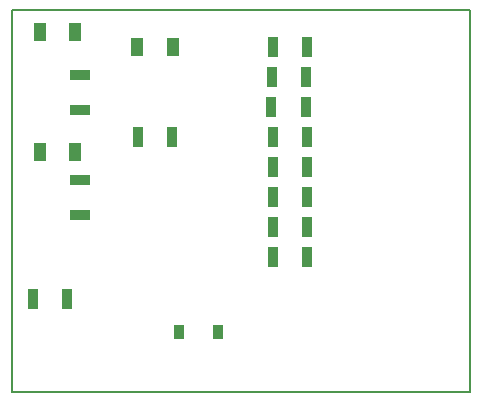
<source format=gbr>
G04 #@! TF.GenerationSoftware,KiCad,Pcbnew,(5.0.2)-1*
G04 #@! TF.CreationDate,2018-12-23T15:01:24+01:00*
G04 #@! TF.ProjectId,MutltiSwitch_Sw8,4d75746c-7469-4537-9769-7463685f5377,0.1*
G04 #@! TF.SameCoordinates,Original*
G04 #@! TF.FileFunction,Paste,Bot*
G04 #@! TF.FilePolarity,Positive*
%FSLAX46Y46*%
G04 Gerber Fmt 4.6, Leading zero omitted, Abs format (unit mm)*
G04 Created by KiCad (PCBNEW (5.0.2)-1) date 23/12/2018 15:01:24*
%MOMM*%
%LPD*%
G01*
G04 APERTURE LIST*
%ADD10C,0.150000*%
%ADD11R,1.000000X1.600000*%
%ADD12R,0.900000X1.700000*%
%ADD13R,1.700000X0.900000*%
%ADD14R,0.900000X1.200000*%
G04 APERTURE END LIST*
D10*
X133350000Y-120650000D02*
X133350000Y-88265000D01*
X172085000Y-120650000D02*
X172085000Y-88265000D01*
X172085000Y-88265000D02*
X133350000Y-88265000D01*
X133350000Y-120650000D02*
X172085000Y-120650000D01*
D11*
G04 #@! TO.C,C1*
X143915000Y-91440000D03*
X146915000Y-91440000D03*
G04 #@! TD*
G04 #@! TO.C,C2*
X135660000Y-100330000D03*
X138660000Y-100330000D03*
G04 #@! TD*
G04 #@! TO.C,C3*
X135660000Y-90170000D03*
X138660000Y-90170000D03*
G04 #@! TD*
D12*
G04 #@! TO.C,R2*
X143965000Y-99060000D03*
X146865000Y-99060000D03*
G04 #@! TD*
D13*
G04 #@! TO.C,R1*
X139065000Y-105590000D03*
X139065000Y-102690000D03*
G04 #@! TD*
D14*
G04 #@! TO.C,D2*
X150748000Y-115570000D03*
X147448000Y-115570000D03*
G04 #@! TD*
D12*
G04 #@! TO.C,R3*
X135075000Y-112776000D03*
X137975000Y-112776000D03*
G04 #@! TD*
D13*
G04 #@! TO.C,R5*
X139065000Y-96700000D03*
X139065000Y-93800000D03*
G04 #@! TD*
D12*
G04 #@! TO.C,R6*
X155395000Y-91440000D03*
X158295000Y-91440000D03*
G04 #@! TD*
G04 #@! TO.C,R7*
X155342000Y-93980000D03*
X158242000Y-93980000D03*
G04 #@! TD*
G04 #@! TO.C,R8*
X155268000Y-96520000D03*
X158168000Y-96520000D03*
G04 #@! TD*
G04 #@! TO.C,R9*
X155395000Y-99060000D03*
X158295000Y-99060000D03*
G04 #@! TD*
G04 #@! TO.C,R10*
X155395000Y-101600000D03*
X158295000Y-101600000D03*
G04 #@! TD*
G04 #@! TO.C,R11*
X155395000Y-104140000D03*
X158295000Y-104140000D03*
G04 #@! TD*
G04 #@! TO.C,R12*
X155395000Y-106680000D03*
X158295000Y-106680000D03*
G04 #@! TD*
G04 #@! TO.C,R13*
X155395000Y-109220000D03*
X158295000Y-109220000D03*
G04 #@! TD*
M02*

</source>
